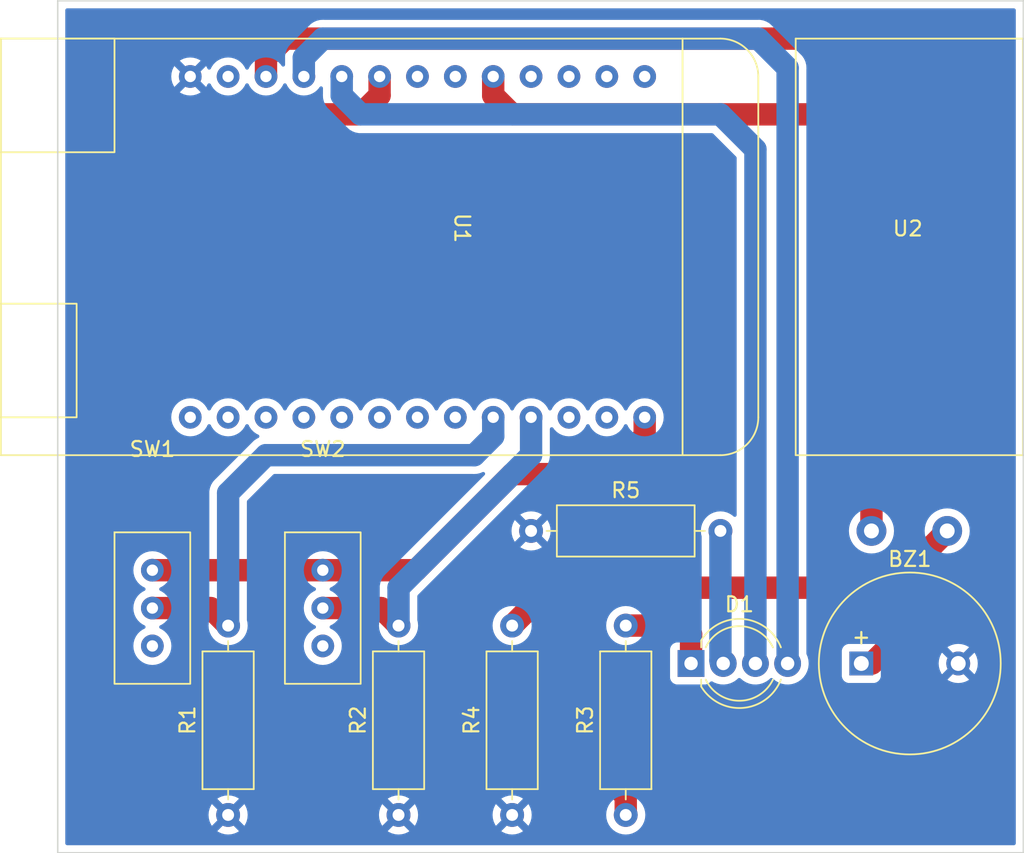
<source format=kicad_pcb>
(kicad_pcb (version 20211014) (generator pcbnew)
  (layers (0 "F.Cu" signal) (31 "B.Cu" signal) (34 "B.Paste" user) (35 "F.Paste" user) (36 "B.SilkS" user "B.Silkscreen") (37 "F.SilkS" user "F.Silkscreen") (38 "B.Mask" user) (39 "F.Mask" user) (44 "Edge.Cuts" user))
  (net 0 "")
  (net 1 "Net-(D1-Pad1)")
  (net 2 "Net-(D1-Pad2)")
  (net 3 "GPIO26")
  (net 4 "GPIO27")
  (net 5 "GND")
  (net 6 "GPIO18")
  (net 7 "GPIO23")
  (net 8 "GPIO25")
  (net 9 "Net-(R4-Pad2)")
  (net 10 "+3V3")
  (net 17 "GPIO35")
  (net 20 "GPIO14")
  (footprint "Parts_Library:SPDT_Slide_Switch" (layer "F.Cu") (at 62.23 99.155)
    (fp_text reference "SW1" (at 0 -0.5 unlocked) (layer "F.SilkS"))
    (fp_text value "SW_SPDT")
    (fp_rect (start -2.54 5.08) (end 2.54 15.24) (layer "F.SilkS") (width 0.12) (fill none))
    (pad "1" thru_hole circle (at 0 7.62) (size 1.524 1.524) (drill 0.762) (layers *.Cu *.Mask) (net 10 "+3V3"))
    (pad "2" thru_hole circle (at 0 10.16) (size 1.524 1.524) (drill 0.762) (layers *.Cu *.Mask) (net 6 "GPIO18"))
    (pad "3" thru_hole circle (at 0 12.7) (size 1.524 1.524) (drill 0.762) (layers *.Cu *.Mask))
  )
  (footprint "Parts_Library:SPDT_Slide_Switch" (layer "F.Cu") (at 73.66 99.155)
    (fp_text reference "SW2" (at 0 -0.5 unlocked) (layer "F.SilkS"))
    (fp_text value "SW_SPDT")
    (fp_rect (start -2.54 5.08) (end 2.54 15.24) (layer "F.SilkS") (width 0.12) (fill none))
    (pad "1" thru_hole circle (at 0 7.62) (size 1.524 1.524) (drill 0.762) (layers *.Cu *.Mask) (net 10 "+3V3"))
    (pad "2" thru_hole circle (at 0 10.16) (size 1.524 1.524) (drill 0.762) (layers *.Cu *.Mask) (net 7 "GPIO23"))
    (pad "3" thru_hole circle (at 0 12.7) (size 1.524 1.524) (drill 0.762) (layers *.Cu *.Mask))
  )
  (footprint "Resistor_THT:R_Axial_DIN0309_L9.0mm_D3.2mm_P12.70mm_Horizontal" (layer "F.Cu") (at 67.31 123.19 90)
    (fp_text reference "R1" (at 6.35 -2.72 90) (layer "F.SilkS"))
    (fp_text value "10k")
    (fp_line (start 10.97 1.72) (end 10.97 -1.72) (layer "F.SilkS") (width 0.12))
    (fp_line (start 1.04 0) (end 1.73 0) (layer "F.SilkS") (width 0.12))
    (fp_line (start 1.73 1.72) (end 10.97 1.72) (layer "F.SilkS") (width 0.12))
    (fp_line (start 10.97 -1.72) (end 1.73 -1.72) (layer "F.SilkS") (width 0.12))
    (fp_line (start 11.66 0) (end 10.97 0) (layer "F.SilkS") (width 0.12))
    (fp_line (start 1.73 -1.72) (end 1.73 1.72) (layer "F.SilkS") (width 0.12))
    (pad "1" thru_hole circle (at 0 0 90) (size 1.6 1.6) (drill 0.8) (layers *.Cu *.Mask) (net 5 "GND"))
    (pad "2" thru_hole oval (at 12.7 0 90) (size 1.6 1.6) (drill 0.8) (layers *.Cu *.Mask) (net 6 "GPIO18"))
  )
  (footprint "Resistor_THT:R_Axial_DIN0309_L9.0mm_D3.2mm_P12.70mm_Horizontal" (layer "F.Cu") (at 87.63 104.14)
    (fp_text reference "R5" (at 6.35 -2.72) (layer "F.SilkS"))
    (fp_text value "220R")
    (fp_line (start 10.97 1.72) (end 10.97 -1.72) (layer "F.SilkS") (width 0.12))
    (fp_line (start 11.66 0) (end 10.97 0) (layer "F.SilkS") (width 0.12))
    (fp_line (start 1.73 -1.72) (end 1.73 1.72) (layer "F.SilkS") (width 0.12))
    (fp_line (start 10.97 -1.72) (end 1.73 -1.72) (layer "F.SilkS") (width 0.12))
    (fp_line (start 1.04 0) (end 1.73 0) (layer "F.SilkS") (width 0.12))
    (fp_line (start 1.73 1.72) (end 10.97 1.72) (layer "F.SilkS") (width 0.12))
    (pad "1" thru_hole circle (at 0 0) (size 1.6 1.6) (drill 0.8) (layers *.Cu *.Mask) (net 5 "GND"))
    (pad "2" thru_hole oval (at 12.7 0) (size 1.6 1.6) (drill 0.8) (layers *.Cu *.Mask) (net 2 "Net-(D1-Pad2)"))
  )
  (footprint "Parts_Library:Door_Sensor" (layer "F.Cu") (at 113 81.28)
    (fp_text reference "U2" (at -0.105 2.585 unlocked) (layer "F.SilkS"))
    (fp_text value "Door_Sensor")
    (fp_line (start 7.62 -10.16) (end 7.62 17.78) (layer "F.SilkS") (width 0.12))
    (fp_line (start 7.62 17.78) (end -7.62 17.78) (layer "F.SilkS") (width 0.12))
    (fp_line (start -7.62 17.78) (end -7.62 -10.16) (layer "F.SilkS") (width 0.12))
    (fp_line (start -7.62 -10.16) (end 7.62 -10.16) (layer "F.SilkS") (width 0.12))
    (pad "1" thru_hole circle (at -2.54 22.86) (size 2 2) (drill 1) (layers *.Cu *.Mask) (net 17 "GPIO35"))
    (pad "2" thru_hole circle (at 2.54 22.86) (size 2 2) (drill 1) (layers *.Cu *.Mask) (net 9 "Net-(R4-Pad2)"))
  )
  (footprint "Buzzer_Beeper:MagneticBuzzer_ProSignal_ABT-410-RC" (layer "F.Cu") (at 109.78 113.03)
    (fp_text reference "BZ1" (at 3.25 -7) (layer "F.SilkS"))
    (fp_text value "Buzzer")
    (fp_text user "+" (at 0 -1.8) (layer "F.SilkS"))
    (fp_circle (center 3.25 0) (end 9.35 0) (layer "F.SilkS") (width 0.12) (fill none))
    (pad "1" thru_hole rect (at 0 0) (size 1.6 1.6) (drill 1) (layers *.Cu *.Mask) (net 20 "GPIO14"))
    (pad "2" thru_hole circle (at 6.5 0) (size 1.6 1.6) (drill 1) (layers *.Cu *.Mask) (net 5 "GND"))
  )
  (footprint "Resistor_THT:R_Axial_DIN0309_L9.0mm_D3.2mm_P12.70mm_Horizontal" (layer "F.Cu") (at 78.74 123.19 90)
    (fp_text reference "R2" (at 6.35 -2.72 90) (layer "F.SilkS"))
    (fp_text value "10k")
    (fp_line (start 1.73 -1.72) (end 1.73 1.72) (layer "F.SilkS") (width 0.12))
    (fp_line (start 1.04 0) (end 1.73 0) (layer "F.SilkS") (width 0.12))
    (fp_line (start 10.97 -1.72) (end 1.73 -1.72) (layer "F.SilkS") (width 0.12))
    (fp_line (start 10.97 1.72) (end 10.97 -1.72) (layer "F.SilkS") (width 0.12))
    (fp_line (start 1.73 1.72) (end 10.97 1.72) (layer "F.SilkS") (width 0.12))
    (fp_line (start 11.66 0) (end 10.97 0) (layer "F.SilkS") (width 0.12))
    (pad "1" thru_hole circle (at 0 0 90) (size 1.6 1.6) (drill 0.8) (layers *.Cu *.Mask) (net 5 "GND"))
    (pad "2" thru_hole oval (at 12.7 0 90) (size 1.6 1.6) (drill 0.8) (layers *.Cu *.Mask) (net 7 "GPIO23"))
  )
  (footprint "Resistor_THT:R_Axial_DIN0309_L9.0mm_D3.2mm_P12.70mm_Horizontal" (layer "F.Cu") (at 86.36 123.19 90)
    (fp_text reference "R4" (at 6.35 -2.72 90) (layer "F.SilkS"))
    (fp_text value "10k")
    (fp_line (start 10.97 1.72) (end 10.97 -1.72) (layer "F.SilkS") (width 0.12))
    (fp_line (start 11.66 0) (end 10.97 0) (layer "F.SilkS") (width 0.12))
    (fp_line (start 10.97 -1.72) (end 1.73 -1.72) (layer "F.SilkS") (width 0.12))
    (fp_line (start 1.73 1.72) (end 10.97 1.72) (layer "F.SilkS") (width 0.12))
    (fp_line (start 1.73 -1.72) (end 1.73 1.72) (layer "F.SilkS") (width 0.12))
    (fp_line (start 1.04 0) (end 1.73 0) (layer "F.SilkS") (width 0.12))
    (pad "1" thru_hole circle (at 0 0 90) (size 1.6 1.6) (drill 0.8) (layers *.Cu *.Mask) (net 5 "GND"))
    (pad "2" thru_hole oval (at 12.7 0 90) (size 1.6 1.6) (drill 0.8) (layers *.Cu *.Mask) (net 9 "Net-(R4-Pad2)"))
  )
  (footprint "Parts_Library:Wemos_Lolin32_Lite" (layer "F.Cu") (at 77.47 83.82 -90)
    (fp_text reference "U1" (at 0 -5.54 -90 unlocked) (layer "F.SilkS"))
    (fp_text value "Wemos_Lolin32_Lite")
    (fp_line (start 15.24 25.4) (end -12.7 25.4) (layer "F.SilkS") (width 0.12))
    (fp_line (start -12.7 -20.32) (end 15.24 -20.32) (layer "F.SilkS") (width 0.12))
    (fp_line (start -10.16 -25.4) (end 12.7 -25.4) (layer "F.SilkS") (width 0.12))
    (fp_line (start 15.24 -22.86) (end 15.24 25.4) (layer "F.SilkS") (width 0.12))
    (fp_line (start -12.7 25.4) (end -12.7 -22.86) (layer "F.SilkS") (width 0.12))
    (fp_rect (start 12.7 25.4) (end 5.08 20.32) (layer "F.SilkS") (width 0.12) (fill none))
    (fp_rect (start -12.7 25.4) (end -5.08 17.78) (layer "F.SilkS") (width 0.12) (fill none))
    (fp_arc (start 12.7 -25.4) (mid 14.496051 -24.656051) (end 15.24 -22.86) (layer "F.SilkS") (width 0.12))
    (fp_arc (start -12.7 -22.86) (mid -11.956051 -24.656051) (end -10.16 -25.4) (layer "F.SilkS") (width 0.12))
    (pad "1" thru_hole circle (at -10.16 -17.78 270) (size 1.524 1.524) (drill 0.762) (layers *.Cu *.Mask))
    (pad "2" thru_hole circle (at -10.16 -15.24 270) (size 1.524 1.524) (drill 0.762) (layers *.Cu *.Mask))
    (pad "3" thru_hole circle (at -10.16 -12.7 270) (size 1.524 1.524) (drill 0.762) (layers *.Cu *.Mask))
    (pad "4" thru_hole circle (at -10.16 -10.16 270) (size 1.524 1.524) (drill 0.762) (layers *.Cu *.Mask))
    (pad "5" thru_hole circle (at -10.16 -7.62 270) (size 1.524 1.524) (drill 0.762) (layers *.Cu *.Mask) (net 17 "GPIO35"))
    (pad "6" thru_hole circle (at -10.16 -5.08 270) (size 1.524 1.524) (drill 0.762) (layers *.Cu *.Mask))
    (pad "7" thru_hole circle (at -10.16 -2.54 270) (size 1.524 1.524) (drill 0.762) (layers *.Cu *.Mask))
    (pad "8" thru_hole circle (at -10.16 0 270) (size 1.524 1.524) (drill 0.762) (layers *.Cu *.Mask) (net 8 "GPIO25"))
    (pad "9" thru_hole circle (at -10.16 2.54 270) (size 1.524 1.524) (drill 0.762) (layers *.Cu *.Mask) (net 3 "GPIO26"))
    (pad "10" thru_hole circle (at -10.16 5.08 270) (size 1.524 1.524) (drill 0.762) (layers *.Cu *.Mask) (net 4 "GPIO27"))
    (pad "11" thru_hole circle (at -10.16 7.62 270) (size 1.524 1.524) (drill 0.762) (layers *.Cu *.Mask) (net 20 "GPIO14"))
    (pad "12" thru_hole circle (at -10.16 10.16 270) (size 1.524 1.524) (drill 0.762) (layers *.Cu *.Mask))
    (pad "13" thru_hole circle (at -10.16 12.7 270) (size 1.524 1.524) (drill 0.762) (layers *.Cu *.Mask) (net 5 "GND"))
    (pad "14" thru_hole circle (at 12.7 12.7 270) (size 1.524 1.524) (drill 0.762) (layers *.Cu *.Mask))
    (pad "15" thru_hole circle (at 12.7 10.16 270) (size 1.524 1.524) (drill 0.762) (layers *.Cu *.Mask))
    (pad "16" thru_hole circle (at 12.7 7.62 270) (size 1.524 1.524) (drill 0.762) (layers *.Cu *.Mask))
    (pad "17" thru_hole circle (at 12.7 5.08 270) (size 1.524 1.524) (drill 0.762) (layers *.Cu *.Mask))
    (pad "18" thru_hole circle (at 12.7 2.54 270) (size 1.524 1.524) (drill 0.762) (layers *.Cu *.Mask))
    (pad "19" thru_hole circle (at 12.7 0 270) (size 1.524 1.524) (drill 0.762) (layers *.Cu *.Mask))
    (pad "20" thru_hole circle (at 12.7 -2.54 270) (size 1.524 1.524) (drill 0.762) (layers *.Cu *.Mask))
    (pad "21" thru_hole circle (at 12.7 -5.08 270) (size 1.524 1.524) (drill 0.762) (layers *.Cu *.Mask))
    (pad "22" thru_hole circle (at 12.7 -7.62 270) (size 1.524 1.524) (drill 0.762) (layers *.Cu *.Mask) (net 6 "GPIO18"))
    (pad "23" thru_hole circle (at 12.7 -10.16 270) (size 1.524 1.524) (drill 0.762) (layers *.Cu *.Mask) (net 7 "GPIO23"))
    (pad "24" thru_hole circle (at 12.7 -12.7 270) (size 1.524 1.524) (drill 0.762) (layers *.Cu *.Mask))
    (pad "25" thru_hole circle (at 12.7 -15.24 270) (size 1.524 1.524) (drill 0.762) (layers *.Cu *.Mask))
    (pad "26" thru_hole circle (at 12.7 -17.78 270) (size 1.524 1.524) (drill 0.762) (layers *.Cu *.Mask) (net 10 "+3V3"))
  )
  (footprint "LED_THT:LED_D5.0mm-4_RGB_Wide_Pins" (layer "F.Cu") (at 98.36 113.03)
    (fp_text reference "D1" (at 3.2385 -3.96) (layer "F.SilkS"))
    (fp_text value "LED_RKGB")
    (fp_line (start 0.6785 -1.545) (end 0.6785 -1.08) (layer "F.SilkS") (width 0.12))
    (fp_line (start 0.6785 1.08) (end 0.6785 1.545) (layer "F.SilkS") (width 0.12))
    (fp_arc (start 5.492979 1.080429) (mid 3.238262 2.5) (end 0.983816 1.08) (layer "F.SilkS") (width 0.12))
    (fp_arc (start 0.6785 -1.54483) (mid 3.496956 -2.978809) (end 6.026315 -1.080827) (layer "F.SilkS") (width 0.12))
    (fp_arc (start 6.026315 1.080827) (mid 3.496956 2.978808) (end 0.6785 1.54483) (layer "F.SilkS") (width 0.12))
    (fp_arc (start 0.983816 -1.08) (mid 3.238262 -2.5) (end 5.492979 -1.080429) (layer "F.SilkS") (width 0.12))
    (pad "1" thru_hole rect (at 0 0) (size 1.8 1.8) (drill 0.9) (layers *.Cu *.Mask) (net 1 "Net-(D1-Pad1)"))
    (pad "2" thru_hole circle (at 2.159 0) (size 1.8 1.8) (drill 0.9) (layers *.Cu *.Mask) (net 2 "Net-(D1-Pad2)"))
    (pad "3" thru_hole circle (at 4.318 0) (size 1.8 1.8) (drill 0.9) (layers *.Cu *.Mask) (net 3 "GPIO26"))
    (pad "4" thru_hole circle (at 6.477 0) (size 1.8 1.8) (drill 0.9) (layers *.Cu *.Mask) (net 4 "GPIO27"))
  )
  (footprint "Resistor_THT:R_Axial_DIN0309_L9.0mm_D3.2mm_P12.70mm_Horizontal" (layer "F.Cu") (at 93.98 123.19 90)
    (fp_text reference "R3" (at 6.35 -2.72 90) (layer "F.SilkS"))
    (fp_text value "100R")
    (fp_line (start 10.97 1.72) (end 10.97 -1.72) (layer "F.SilkS") (width 0.12))
    (fp_line (start 1.04 0) (end 1.73 0) (layer "F.SilkS") (width 0.12))
    (fp_line (start 1.73 -1.72) (end 1.73 1.72) (layer "F.SilkS") (width 0.12))
    (fp_line (start 11.66 0) (end 10.97 0) (layer "F.SilkS") (width 0.12))
    (fp_line (start 10.97 -1.72) (end 1.73 -1.72) (layer "F.SilkS") (width 0.12))
    (fp_line (start 1.73 1.72) (end 10.97 1.72) (layer "F.SilkS") (width 0.12))
    (pad "1" thru_hole circle (at 0 0 90) (size 1.6 1.6) (drill 0.8) (layers *.Cu *.Mask) (net 8 "GPIO25"))
    (pad "2" thru_hole oval (at 12.7 0 90) (size 1.6 1.6) (drill 0.8) (layers *.Cu *.Mask) (net 1 "Net-(D1-Pad1)"))
  )
  (gr_rect (start 55.88 68.58) (end 120.65 125.73) (layer "Edge.Cuts") (width 0.1) (fill none))
  (segment (start 98.36 111.06) (end 97.79 110.49) (width 1.5) (layer "F.Cu") (net 1))
  (segment (start 98.36 113.03) (end 98.36 111.06) (width 1.5) (layer "F.Cu") (net 1))
  (segment (start 97.79 110.49) (end 93.98 110.49) (width 1.5) (layer "F.Cu") (net 1))
  (segment (start 100.33 112.841) (end 100.519 113.03) (width 1.5) (layer "B.Cu") (net 2))
  (segment (start 100.33 104.14) (end 100.33 112.841) (width 1.5) (layer "B.Cu") (net 2))
  (segment (start 74.93 74.93) (end 74.93 73.66) (width 1.5) (layer "B.Cu") (net 3))
  (segment (start 102.678 113.03) (end 102.678 78.548) (width 1.5) (layer "B.Cu") (net 3))
  (segment (start 100.33 76.2) (end 76.2 76.2) (width 1.5) (layer "B.Cu") (net 3))
  (segment (start 102.678 78.548) (end 100.33 76.2) (width 1.5) (layer "B.Cu") (net 3))
  (segment (start 76.2 76.2) (end 74.93 74.93) (width 1.5) (layer "B.Cu") (net 3))
  (segment (start 73.66 71.12) (end 72.39 72.39) (width 1.5) (layer "B.Cu") (net 4))
  (segment (start 102.87 71.12) (end 73.66 71.12) (width 1.5) (layer "B.Cu") (net 4))
  (segment (start 104.837 113.03) (end 104.837 73.087) (width 1.5) (layer "B.Cu") (net 4))
  (segment (start 104.837 73.087) (end 102.87 71.12) (width 1.5) (layer "B.Cu") (net 4))
  (segment (start 72.39 72.39) (end 72.39 73.66) (width 1.5) (layer "B.Cu") (net 4))
  (segment (start 62.23 109.315) (end 66.135 109.315) (width 1.5) (layer "F.Cu") (net 6))
  (segment (start 66.135 109.315) (end 67.31 110.49) (width 1.5) (layer "F.Cu") (net 6))
  (segment (start 67.31 101.6) (end 69.85 99.06) (width 1.5) (layer "B.Cu") (net 6))
  (segment (start 85.09 97.79) (end 85.09 96.52) (width 1.5) (layer "B.Cu") (net 6))
  (segment (start 69.85 99.06) (end 83.82 99.06) (width 1.5) (layer "B.Cu") (net 6))
  (segment (start 83.82 99.06) (end 85.09 97.79) (width 1.5) (layer "B.Cu") (net 6))
  (segment (start 67.31 110.49) (end 67.31 101.6) (width 1.5) (layer "B.Cu") (net 6))
  (segment (start 77.565 109.315) (end 78.74 110.49) (width 1.5) (layer "F.Cu") (net 7))
  (segment (start 73.66 109.315) (end 77.565 109.315) (width 1.5) (layer "F.Cu") (net 7))
  (segment (start 87.63 96.52) (end 87.63 99.06) (width 1.5) (layer "B.Cu") (net 7))
  (segment (start 78.74 107.95) (end 78.74 110.49) (width 1.5) (layer "B.Cu") (net 7))
  (segment (start 87.63 99.06) (end 78.74 107.95) (width 1.5) (layer "B.Cu") (net 7))
  (segment (start 58.42 116.84) (end 58.42 78.74) (width 1.5) (layer "F.Cu") (net 8))
  (segment (start 93.98 123.19) (end 93.98 121.92) (width 1.5) (layer "F.Cu") (net 8))
  (segment (start 58.42 78.74) (end 60.96 76.2) (width 1.5) (layer "F.Cu") (net 8))
  (segment (start 77.47 74.93) (end 77.47 73.66) (width 1.5) (layer "F.Cu") (net 8))
  (segment (start 93.98 121.92) (end 91.44 119.38) (width 1.5) (layer "F.Cu") (net 8))
  (segment (start 91.44 119.38) (end 60.96 119.38) (width 1.5) (layer "F.Cu") (net 8))
  (segment (start 60.96 76.2) (end 76.2 76.2) (width 1.5) (layer "F.Cu") (net 8))
  (segment (start 60.96 119.38) (end 58.42 116.84) (width 1.5) (layer "F.Cu") (net 8))
  (segment (start 76.2 76.2) (end 77.47 74.93) (width 1.5) (layer "F.Cu") (net 8))
  (segment (start 111.73 107.95) (end 88.9 107.95) (width 1.5) (layer "F.Cu") (net 9))
  (segment (start 88.9 107.95) (end 86.36 110.49) (width 1.5) (layer "F.Cu") (net 9))
  (segment (start 115.54 104.14) (end 111.73 107.95) (width 1.5) (layer "F.Cu") (net 9))
  (segment (start 95.25 97.79) (end 95.25 96.52) (width 1.5) (layer "F.Cu") (net 10))
  (segment (start 92.71 100.33) (end 95.25 97.79) (width 1.5) (layer "F.Cu") (net 10))
  (segment (start 86.36 100.33) (end 92.71 100.33) (width 1.5) (layer "F.Cu") (net 10))
  (segment (start 73.66 106.775) (end 79.915 106.775) (width 1.5) (layer "F.Cu") (net 10))
  (segment (start 62.23 106.775) (end 73.66 106.775) (width 1.5) (layer "F.Cu") (net 10))
  (segment (start 79.915 106.775) (end 86.36 100.33) (width 1.5) (layer "F.Cu") (net 10))
  (segment (start 110.46 104.14) (end 110.46 78.71) (width 1.5) (layer "F.Cu") (net 17))
  (segment (start 86.36 76.2) (end 85.09 74.93) (width 1.5) (layer "F.Cu") (net 17))
  (segment (start 85.09 74.93) (end 85.09 73.66) (width 1.5) (layer "F.Cu") (net 17))
  (segment (start 110.46 78.71) (end 107.95 76.2) (width 1.5) (layer "F.Cu") (net 17))
  (segment (start 107.95 76.2) (end 86.36 76.2) (width 1.5) (layer "F.Cu") (net 17))
  (segment (start 109.78 113.03) (end 110.49 113.03) (width 1.5) (layer "F.Cu") (net 20))
  (segment (start 118.11 105.41) (end 118.11 74.93) (width 1.5) (layer "F.Cu") (net 20))
  (segment (start 118.11 74.93) (end 114.3 71.12) (width 1.5) (layer "F.Cu") (net 20))
  (segment (start 71.12 71.12) (end 69.85 72.39) (width 1.5) (layer "F.Cu") (net 20))
  (segment (start 69.85 72.39) (end 69.85 73.66) (width 1.5) (layer "F.Cu") (net 20))
  (segment (start 110.49 113.03) (end 118.11 105.41) (width 1.5) (layer "F.Cu") (net 20))
  (segment (start 114.3 71.12) (end 71.12 71.12) (width 1.5) (layer "F.Cu") (net 20))
  (zone (net 5) (net_name "GND") (layer "B.Cu") (connect_pads (clearance 0.508)) (min_thickness 0.254) (fill yes (thermal_gap 0.508) (thermal_bridge_width 0.508))
    (polygon (pts (xy 120.65 125.73) (xy 55.88 125.73) (xy 55.88 68.58) (xy 120.65 68.58)))
  )
)
</source>
